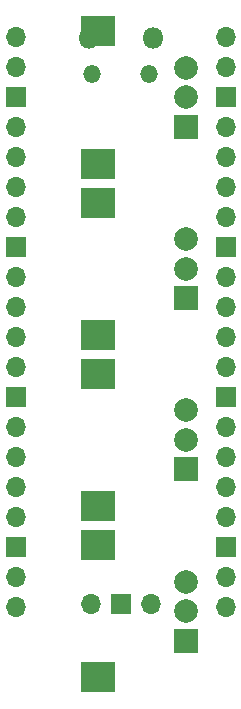
<source format=gbr>
G04 #@! TF.GenerationSoftware,KiCad,Pcbnew,(6.0.1)*
G04 #@! TF.CreationDate,2022-01-27T16:12:40+01:00*
G04 #@! TF.ProjectId,mico,6d69636f-2e6b-4696-9361-645f70636258,rev?*
G04 #@! TF.SameCoordinates,Original*
G04 #@! TF.FileFunction,Soldermask,Top*
G04 #@! TF.FilePolarity,Negative*
%FSLAX46Y46*%
G04 Gerber Fmt 4.6, Leading zero omitted, Abs format (unit mm)*
G04 Created by KiCad (PCBNEW (6.0.1)) date 2022-01-27 16:12:40*
%MOMM*%
%LPD*%
G01*
G04 APERTURE LIST*
%ADD10R,2.000000X2.000000*%
%ADD11C,2.000000*%
%ADD12R,3.000000X2.500000*%
%ADD13O,1.500000X1.500000*%
%ADD14O,1.800000X1.800000*%
%ADD15O,1.700000X1.700000*%
%ADD16R,1.700000X1.700000*%
G04 APERTURE END LIST*
D10*
X143550000Y-76500000D03*
D11*
X143550000Y-71500000D03*
X143550000Y-74000000D03*
D12*
X136050000Y-68400000D03*
X136050000Y-79600000D03*
D10*
X143550000Y-91000000D03*
D11*
X143550000Y-86000000D03*
X143550000Y-88500000D03*
D12*
X136050000Y-82900000D03*
X136050000Y-94100000D03*
D10*
X143550000Y-120000000D03*
D11*
X143550000Y-115000000D03*
X143550000Y-117500000D03*
D12*
X136050000Y-111900000D03*
X136050000Y-123100000D03*
D10*
X143550000Y-105500000D03*
D11*
X143550000Y-100500000D03*
X143550000Y-103000000D03*
D12*
X136050000Y-97400000D03*
X136050000Y-108600000D03*
D13*
X140425000Y-72030000D03*
D14*
X135275000Y-69000000D03*
X140725000Y-69000000D03*
D13*
X135575000Y-72030000D03*
D15*
X146890000Y-68870000D03*
X146890000Y-71410000D03*
D16*
X146890000Y-73950000D03*
D15*
X146890000Y-76490000D03*
X146890000Y-79030000D03*
X146890000Y-81570000D03*
X146890000Y-84110000D03*
D16*
X146890000Y-86650000D03*
D15*
X146890000Y-89190000D03*
X146890000Y-91730000D03*
X146890000Y-94270000D03*
X146890000Y-96810000D03*
D16*
X146890000Y-99350000D03*
D15*
X146890000Y-101890000D03*
X146890000Y-104430000D03*
X146890000Y-106970000D03*
X146890000Y-109510000D03*
D16*
X146890000Y-112050000D03*
D15*
X146890000Y-114590000D03*
X146890000Y-117130000D03*
X129110000Y-117130000D03*
X129110000Y-114590000D03*
D16*
X129110000Y-112050000D03*
D15*
X129110000Y-109510000D03*
X129110000Y-106970000D03*
X129110000Y-104430000D03*
X129110000Y-101890000D03*
D16*
X129110000Y-99350000D03*
D15*
X129110000Y-96810000D03*
X129110000Y-94270000D03*
X129110000Y-91730000D03*
X129110000Y-89190000D03*
D16*
X129110000Y-86650000D03*
D15*
X129110000Y-84110000D03*
X129110000Y-81570000D03*
X129110000Y-79030000D03*
X129110000Y-76490000D03*
D16*
X129110000Y-73950000D03*
D15*
X129110000Y-71410000D03*
X129110000Y-68870000D03*
X140540000Y-116900000D03*
D16*
X138000000Y-116900000D03*
D15*
X135460000Y-116900000D03*
M02*

</source>
